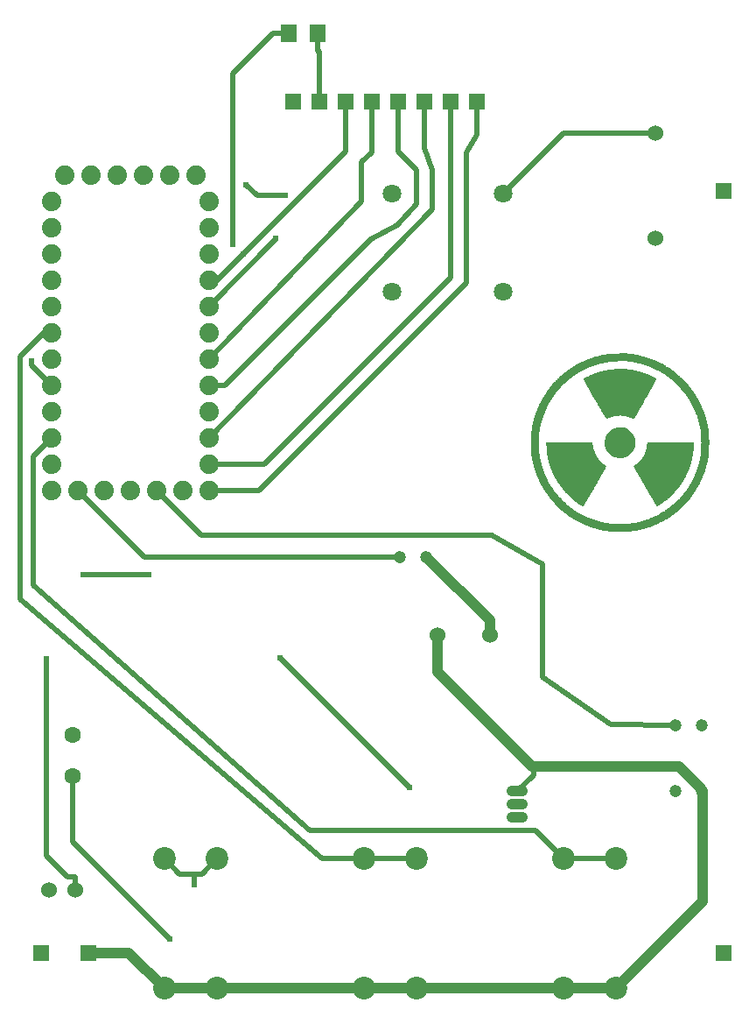
<source format=gbl>
G04 ---------------------------- Layer name :BOTTOM LAYER*
G04 EasyEDA v5.6.10, Thu, 22 Nov 2018 09:31:26 GMT*
G04 a978b3f8f09b4219873cbd73095df268*
G04 Gerber Generator version 0.2*
G04 Scale: 100 percent, Rotated: No, Reflected: No *
G04 Dimensions in inches *
G04 leading zeros omitted , absolute positions ,2 integer and 4 decimal *
%FSLAX24Y24*%
%MOIN*%
G90*
G70D02*

%ADD11C,0.020000*%
%ADD12C,0.040000*%
%ADD14C,0.024000*%
%ADD15C,0.024400*%
%ADD18R,0.063000X0.070900*%
%ADD21C,0.086614*%
%ADD22R,0.062000X0.062000*%
%ADD23C,0.062992*%
%ADD24C,0.047000*%
%ADD25C,0.070900*%
%ADD26C,0.060000*%
%ADD27C,0.074000*%
%ADD28C,0.039370*%

%LPD*%

%LPD*%
G36*
G01X23330Y18416D02*
G01X23260Y18416D01*
G01X23237Y18416D01*
G01X23214Y18416D01*
G01X23190Y18417D01*
G01X23168Y18417D01*
G01X23144Y18418D01*
G01X23098Y18420D01*
G01X23075Y18421D01*
G01X23052Y18423D01*
G01X23006Y18426D01*
G01X22984Y18428D01*
G01X22960Y18430D01*
G01X22938Y18432D01*
G01X22892Y18436D01*
G01X22869Y18439D01*
G01X22847Y18442D01*
G01X22824Y18445D01*
G01X22801Y18448D01*
G01X22778Y18451D01*
G01X22756Y18455D01*
G01X22710Y18462D01*
G01X22688Y18466D01*
G01X22665Y18469D01*
G01X22621Y18478D01*
G01X22553Y18492D01*
G01X22509Y18502D01*
G01X22465Y18512D01*
G01X22443Y18517D01*
G01X22421Y18523D01*
G01X22398Y18529D01*
G01X22355Y18541D01*
G01X22333Y18547D01*
G01X22311Y18553D01*
G01X22289Y18560D01*
G01X22267Y18567D01*
G01X22246Y18573D01*
G01X22224Y18580D01*
G01X22202Y18587D01*
G01X22181Y18594D01*
G01X22159Y18602D01*
G01X22138Y18609D01*
G01X22116Y18617D01*
G01X22095Y18625D01*
G01X22073Y18633D01*
G01X22052Y18641D01*
G01X22031Y18649D01*
G01X22010Y18657D01*
G01X21989Y18666D01*
G01X21968Y18674D01*
G01X21947Y18683D01*
G01X21926Y18692D01*
G01X21905Y18701D01*
G01X21885Y18710D01*
G01X21864Y18719D01*
G01X21843Y18729D01*
G01X21822Y18738D01*
G01X21802Y18748D01*
G01X21781Y18758D01*
G01X21761Y18768D01*
G01X21720Y18788D01*
G01X21700Y18799D01*
G01X21680Y18809D01*
G01X21660Y18820D01*
G01X21640Y18831D01*
G01X21620Y18842D01*
G01X21600Y18853D01*
G01X21580Y18864D01*
G01X21561Y18876D01*
G01X21502Y18910D01*
G01X21463Y18934D01*
G01X21444Y18946D01*
G01X21406Y18971D01*
G01X21386Y18984D01*
G01X21368Y18996D01*
G01X21349Y19009D01*
G01X21311Y19035D01*
G01X21293Y19048D01*
G01X21274Y19061D01*
G01X21256Y19075D01*
G01X21237Y19088D01*
G01X21182Y19130D01*
G01X21147Y19158D01*
G01X21129Y19172D01*
G01X21111Y19187D01*
G01X21093Y19201D01*
G01X21076Y19216D01*
G01X21058Y19231D01*
G01X21023Y19261D01*
G01X21006Y19276D01*
G01X20989Y19291D01*
G01X20972Y19307D01*
G01X20938Y19338D01*
G01X20922Y19354D01*
G01X20905Y19369D01*
G01X20888Y19386D01*
G01X20856Y19418D01*
G01X20839Y19434D01*
G01X20823Y19451D01*
G01X20807Y19467D01*
G01X20791Y19484D01*
G01X20775Y19501D01*
G01X20760Y19518D01*
G01X20728Y19553D01*
G01X20713Y19570D01*
G01X20698Y19587D01*
G01X20682Y19605D01*
G01X20667Y19623D01*
G01X20652Y19640D01*
G01X20638Y19658D01*
G01X20623Y19676D01*
G01X20593Y19713D01*
G01X20579Y19731D01*
G01X20536Y19787D01*
G01X20523Y19805D01*
G01X20509Y19825D01*
G01X20495Y19844D01*
G01X20468Y19882D01*
G01X20455Y19901D01*
G01X20441Y19921D01*
G01X20415Y19960D01*
G01X20402Y19980D01*
G01X20389Y20000D01*
G01X20377Y20020D01*
G01X20352Y20060D01*
G01X20340Y20081D01*
G01X20328Y20101D01*
G01X20316Y20122D01*
G01X20304Y20142D01*
G01X20281Y20184D01*
G01X20269Y20205D01*
G01X20257Y20226D01*
G01X20246Y20248D01*
G01X20224Y20290D01*
G01X20214Y20312D01*
G01X20202Y20334D01*
G01X20191Y20357D01*
G01X20170Y20402D01*
G01X20160Y20424D01*
G01X20150Y20446D01*
G01X20130Y20491D01*
G01X20120Y20514D01*
G01X20111Y20536D01*
G01X20102Y20559D01*
G01X20093Y20581D01*
G01X20084Y20603D01*
G01X20067Y20648D01*
G01X20050Y20693D01*
G01X20042Y20716D01*
G01X20035Y20739D01*
G01X20027Y20761D01*
G01X20019Y20784D01*
G01X20005Y20830D01*
G01X19998Y20853D01*
G01X19991Y20877D01*
G01X19985Y20900D01*
G01X19972Y20947D01*
G01X19960Y20995D01*
G01X19954Y21019D01*
G01X19948Y21043D01*
G01X19942Y21067D01*
G01X19937Y21092D01*
G01X19931Y21117D01*
G01X19926Y21142D01*
G01X19921Y21167D01*
G01X19916Y21192D01*
G01X19906Y21243D01*
G01X19902Y21269D01*
G01X19897Y21295D01*
G01X19893Y21321D01*
G01X19889Y21348D01*
G01X19887Y21363D01*
G01X19885Y21379D01*
G01X19883Y21397D01*
G01X19881Y21415D01*
G01X19879Y21434D01*
G01X19878Y21455D01*
G01X19877Y21476D01*
G01X19875Y21498D01*
G01X19874Y21521D01*
G01X19873Y21545D01*
G01X19872Y21569D01*
G01X19872Y21594D01*
G01X19871Y21620D01*
G01X19871Y21646D01*
G01X19871Y21672D01*
G01X19871Y21755D01*
G01X19871Y21783D01*
G01X19872Y21840D01*
G01X19872Y21868D01*
G01X19873Y21897D01*
G01X19875Y21955D01*
G01X19876Y21983D01*
G01X19877Y22012D01*
G01X19878Y22040D01*
G01X19879Y22069D01*
G01X19881Y22097D01*
G01X19882Y22125D01*
G01X19884Y22152D01*
G01X19886Y22179D01*
G01X19888Y22205D01*
G01X19890Y22231D01*
G01X19892Y22257D01*
G01X19894Y22282D01*
G01X19896Y22306D01*
G01X19898Y22329D01*
G01X19901Y22352D01*
G01X19903Y22374D01*
G01X19906Y22395D01*
G01X19909Y22415D01*
G01X19912Y22434D01*
G01X19914Y22453D01*
G01X19918Y22470D01*
G01X19921Y22486D01*
G01X19924Y22501D01*
G01X19929Y22525D01*
G01X19935Y22549D01*
G01X19940Y22573D01*
G01X19946Y22597D01*
G01X19952Y22621D01*
G01X19965Y22669D01*
G01X19971Y22692D01*
G01X19978Y22716D01*
G01X19985Y22740D01*
G01X19999Y22786D01*
G01X20006Y22809D01*
G01X20013Y22833D01*
G01X20021Y22856D01*
G01X20028Y22879D01*
G01X20036Y22902D01*
G01X20044Y22925D01*
G01X20052Y22948D01*
G01X20061Y22971D01*
G01X20069Y22993D01*
G01X20078Y23016D01*
G01X20095Y23061D01*
G01X20104Y23083D01*
G01X20123Y23128D01*
G01X20132Y23150D01*
G01X20142Y23172D01*
G01X20151Y23194D01*
G01X20161Y23215D01*
G01X20171Y23237D01*
G01X20181Y23259D01*
G01X20192Y23280D01*
G01X20202Y23302D01*
G01X20213Y23323D01*
G01X20223Y23344D01*
G01X20234Y23366D01*
G01X20245Y23387D01*
G01X20256Y23408D01*
G01X20267Y23429D01*
G01X20290Y23471D01*
G01X20302Y23491D01*
G01X20313Y23512D01*
G01X20325Y23532D01*
G01X20337Y23553D01*
G01X20361Y23593D01*
G01X20386Y23633D01*
G01X20399Y23653D01*
G01X20412Y23673D01*
G01X20438Y23712D01*
G01X20451Y23732D01*
G01X20464Y23751D01*
G01X20477Y23770D01*
G01X20491Y23789D01*
G01X20505Y23808D01*
G01X20532Y23846D01*
G01X20546Y23865D01*
G01X20560Y23884D01*
G01X20575Y23902D01*
G01X20589Y23921D01*
G01X20604Y23939D01*
G01X20618Y23957D01*
G01X20633Y23976D01*
G01X20648Y23994D01*
G01X20663Y24011D01*
G01X20678Y24029D01*
G01X20693Y24047D01*
G01X20724Y24082D01*
G01X20739Y24100D01*
G01X20755Y24117D01*
G01X20771Y24134D01*
G01X20803Y24168D01*
G01X20819Y24185D01*
G01X20835Y24201D01*
G01X20868Y24234D01*
G01X20885Y24251D01*
G01X20902Y24267D01*
G01X20935Y24299D01*
G01X20952Y24315D01*
G01X20969Y24331D01*
G01X20986Y24346D01*
G01X21004Y24362D01*
G01X21021Y24378D01*
G01X21039Y24393D01*
G01X21056Y24408D01*
G01X21074Y24423D01*
G01X21092Y24438D01*
G01X21110Y24453D01*
G01X21147Y24482D01*
G01X21165Y24496D01*
G01X21183Y24511D01*
G01X21202Y24525D01*
G01X21239Y24553D01*
G01X21277Y24581D01*
G01X21296Y24594D01*
G01X21315Y24608D01*
G01X21353Y24634D01*
G01X21372Y24647D01*
G01X21392Y24660D01*
G01X21411Y24673D01*
G01X21431Y24686D01*
G01X21471Y24711D01*
G01X21491Y24723D01*
G01X21511Y24735D01*
G01X21551Y24759D01*
G01X21572Y24771D01*
G01X21592Y24782D01*
G01X21633Y24805D01*
G01X21654Y24816D01*
G01X21675Y24827D01*
G01X21696Y24838D01*
G01X21716Y24849D01*
G01X21738Y24860D01*
G01X21759Y24870D01*
G01X21780Y24880D01*
G01X21801Y24891D01*
G01X21844Y24911D01*
G01X21887Y24930D01*
G01X21909Y24940D01*
G01X21931Y24949D01*
G01X21975Y24967D01*
G01X22018Y24985D01*
G01X22041Y24994D01*
G01X22063Y25002D01*
G01X22085Y25011D01*
G01X22108Y25019D01*
G01X22153Y25035D01*
G01X22176Y25043D01*
G01X22198Y25050D01*
G01X22221Y25058D01*
G01X22244Y25065D01*
G01X22267Y25072D01*
G01X22290Y25079D01*
G01X22313Y25086D01*
G01X22360Y25099D01*
G01X22383Y25106D01*
G01X22406Y25112D01*
G01X22430Y25118D01*
G01X22453Y25124D01*
G01X22477Y25130D01*
G01X22501Y25135D01*
G01X22525Y25141D01*
G01X22548Y25146D01*
G01X22572Y25151D01*
G01X22596Y25156D01*
G01X22615Y25160D01*
G01X22634Y25163D01*
G01X22655Y25167D01*
G01X22676Y25170D01*
G01X22699Y25173D01*
G01X22722Y25177D01*
G01X22746Y25180D01*
G01X22771Y25182D01*
G01X22797Y25185D01*
G01X22823Y25188D01*
G01X22850Y25190D01*
G01X22877Y25193D01*
G01X22905Y25195D01*
G01X22933Y25198D01*
G01X22962Y25200D01*
G01X22991Y25202D01*
G01X23020Y25204D01*
G01X23049Y25205D01*
G01X23109Y25209D01*
G01X23138Y25210D01*
G01X23168Y25211D01*
G01X23197Y25212D01*
G01X23227Y25213D01*
G01X23256Y25214D01*
G01X23285Y25215D01*
G01X23314Y25215D01*
G01X23342Y25215D01*
G01X23370Y25216D01*
G01X23424Y25216D01*
G01X23450Y25215D01*
G01X23476Y25215D01*
G01X23501Y25215D01*
G01X23525Y25214D01*
G01X23548Y25213D01*
G01X23571Y25212D01*
G01X23593Y25211D01*
G01X23613Y25209D01*
G01X23633Y25208D01*
G01X23651Y25206D01*
G01X23668Y25204D01*
G01X23685Y25202D01*
G01X23700Y25200D01*
G01X23727Y25195D01*
G01X23755Y25190D01*
G01X23782Y25185D01*
G01X23836Y25175D01*
G01X23863Y25170D01*
G01X23889Y25164D01*
G01X23915Y25159D01*
G01X23942Y25153D01*
G01X23967Y25148D01*
G01X23993Y25142D01*
G01X24018Y25136D01*
G01X24043Y25130D01*
G01X24068Y25124D01*
G01X24093Y25118D01*
G01X24118Y25111D01*
G01X24142Y25105D01*
G01X24167Y25099D01*
G01X24191Y25092D01*
G01X24214Y25085D01*
G01X24238Y25078D01*
G01X24262Y25071D01*
G01X24285Y25064D01*
G01X24309Y25057D01*
G01X24355Y25042D01*
G01X24377Y25034D01*
G01X24400Y25027D01*
G01X24423Y25019D01*
G01X24445Y25011D01*
G01X24468Y25003D01*
G01X24490Y24994D01*
G01X24512Y24986D01*
G01X24534Y24977D01*
G01X24577Y24959D01*
G01X24599Y24951D01*
G01X24621Y24941D01*
G01X24664Y24923D01*
G01X24685Y24913D01*
G01X24706Y24903D01*
G01X24727Y24893D01*
G01X24769Y24873D01*
G01X24790Y24862D01*
G01X24811Y24852D01*
G01X24852Y24830D01*
G01X24873Y24819D01*
G01X24935Y24785D01*
G01X24956Y24773D01*
G01X24976Y24761D01*
G01X24997Y24749D01*
G01X25017Y24737D01*
G01X25058Y24712D01*
G01X25078Y24699D01*
G01X25098Y24686D01*
G01X25139Y24659D01*
G01X25160Y24646D01*
G01X25181Y24632D01*
G01X25201Y24618D01*
G01X25242Y24589D01*
G01X25263Y24575D01*
G01X25302Y24546D01*
G01X25322Y24531D01*
G01X25362Y24501D01*
G01X25381Y24486D01*
G01X25439Y24439D01*
G01X25458Y24423D01*
G01X25477Y24408D01*
G01X25514Y24376D01*
G01X25532Y24360D01*
G01X25550Y24344D01*
G01X25586Y24311D01*
G01X25604Y24294D01*
G01X25622Y24278D01*
G01X25639Y24261D01*
G01X25674Y24227D01*
G01X25691Y24210D01*
G01X25708Y24192D01*
G01X25725Y24175D01*
G01X25742Y24158D01*
G01X25758Y24140D01*
G01X25775Y24122D01*
G01X25791Y24105D01*
G01X25807Y24086D01*
G01X25823Y24069D01*
G01X25839Y24050D01*
G01X25855Y24032D01*
G01X25871Y24014D01*
G01X25886Y23995D01*
G01X25902Y23977D01*
G01X25917Y23958D01*
G01X25932Y23939D01*
G01X25947Y23920D01*
G01X25961Y23901D01*
G01X25976Y23882D01*
G01X25990Y23863D01*
G01X26005Y23843D01*
G01X26019Y23824D01*
G01X26033Y23804D01*
G01X26047Y23784D01*
G01X26061Y23765D01*
G01X26075Y23745D01*
G01X26088Y23725D01*
G01X26115Y23684D01*
G01X26141Y23644D01*
G01X26154Y23623D01*
G01X26179Y23581D01*
G01X26191Y23560D01*
G01X26216Y23518D01*
G01X26228Y23497D01*
G01X26239Y23476D01*
G01X26251Y23454D01*
G01X26263Y23433D01*
G01X26285Y23389D01*
G01X26297Y23367D01*
G01X26307Y23345D01*
G01X26329Y23301D01*
G01X26340Y23279D01*
G01X26350Y23256D01*
G01X26371Y23211D01*
G01X26380Y23188D01*
G01X26390Y23165D01*
G01X26410Y23119D01*
G01X26419Y23096D01*
G01X26428Y23073D01*
G01X26437Y23050D01*
G01X26446Y23026D01*
G01X26455Y23003D01*
G01X26464Y22979D01*
G01X26472Y22955D01*
G01X26481Y22931D01*
G01X26497Y22883D01*
G01X26505Y22859D01*
G01X26513Y22835D01*
G01X26528Y22786D01*
G01X26535Y22761D01*
G01X26550Y22712D01*
G01X26570Y22637D01*
G01X26577Y22611D01*
G01X26583Y22586D01*
G01X26589Y22561D01*
G01X26596Y22535D01*
G01X26601Y22509D01*
G01X26607Y22484D01*
G01X26611Y22466D01*
G01X26614Y22448D01*
G01X26618Y22429D01*
G01X26621Y22409D01*
G01X26625Y22389D01*
G01X26628Y22369D01*
G01X26631Y22347D01*
G01X26633Y22326D01*
G01X26636Y22303D01*
G01X26639Y22281D01*
G01X26641Y22257D01*
G01X26643Y22234D01*
G01X26645Y22210D01*
G01X26647Y22186D01*
G01X26649Y22161D01*
G01X26651Y22136D01*
G01X26652Y22111D01*
G01X26654Y22085D01*
G01X26655Y22059D01*
G01X26656Y22033D01*
G01X26657Y22007D01*
G01X26658Y21980D01*
G01X26659Y21954D01*
G01X26660Y21927D01*
G01X26660Y21900D01*
G01X26660Y21873D01*
G01X26660Y21846D01*
G01X26660Y21819D01*
G01X26660Y21765D01*
G01X26659Y21711D01*
G01X26659Y21684D01*
G01X26658Y21658D01*
G01X26657Y21631D01*
G01X26656Y21605D01*
G01X26655Y21578D01*
G01X26653Y21552D01*
G01X26652Y21527D01*
G01X26650Y21501D01*
G01X26649Y21476D01*
G01X26647Y21451D01*
G01X26645Y21426D01*
G01X26643Y21402D01*
G01X26640Y21378D01*
G01X26638Y21355D01*
G01X26635Y21331D01*
G01X26633Y21309D01*
G01X26630Y21286D01*
G01X26627Y21265D01*
G01X26624Y21244D01*
G01X26621Y21223D01*
G01X26617Y21203D01*
G01X26614Y21184D01*
G01X26610Y21165D01*
G01X26606Y21147D01*
G01X26601Y21122D01*
G01X26595Y21098D01*
G01X26590Y21073D01*
G01X26584Y21049D01*
G01X26578Y21025D01*
G01X26572Y21001D01*
G01X26559Y20953D01*
G01X26552Y20929D01*
G01X26539Y20881D01*
G01X26531Y20857D01*
G01X26524Y20834D01*
G01X26517Y20811D01*
G01X26510Y20787D01*
G01X26502Y20764D01*
G01X26494Y20740D01*
G01X26478Y20694D01*
G01X26470Y20671D01*
G01X26461Y20648D01*
G01X26453Y20625D01*
G01X26444Y20603D01*
G01X26435Y20580D01*
G01X26426Y20557D01*
G01X26417Y20535D01*
G01X26398Y20490D01*
G01X26379Y20446D01*
G01X26369Y20424D01*
G01X26359Y20402D01*
G01X26339Y20358D01*
G01X26328Y20336D01*
G01X26318Y20315D01*
G01X26307Y20293D01*
G01X26297Y20272D01*
G01X26275Y20229D01*
G01X26263Y20208D01*
G01X26252Y20187D01*
G01X26240Y20166D01*
G01X26229Y20145D01*
G01X26217Y20125D01*
G01X26205Y20104D01*
G01X26193Y20083D01*
G01X26181Y20063D01*
G01X26156Y20022D01*
G01X26143Y20002D01*
G01X26131Y19982D01*
G01X26118Y19962D01*
G01X26092Y19922D01*
G01X26079Y19903D01*
G01X26065Y19883D01*
G01X26052Y19864D01*
G01X26039Y19844D01*
G01X26025Y19825D01*
G01X26011Y19806D01*
G01X25997Y19787D01*
G01X25954Y19730D01*
G01X25940Y19712D01*
G01X25910Y19675D01*
G01X25896Y19657D01*
G01X25881Y19639D01*
G01X25865Y19621D01*
G01X25850Y19603D01*
G01X25835Y19585D01*
G01X25819Y19567D01*
G01X25804Y19550D01*
G01X25788Y19532D01*
G01X25772Y19515D01*
G01X25757Y19497D01*
G01X25740Y19480D01*
G01X25725Y19463D01*
G01X25708Y19446D01*
G01X25692Y19429D01*
G01X25675Y19413D01*
G01X25659Y19396D01*
G01X25625Y19363D01*
G01X25608Y19347D01*
G01X25591Y19331D01*
G01X25557Y19299D01*
G01X25539Y19284D01*
G01X25504Y19252D01*
G01X25486Y19237D01*
G01X25468Y19222D01*
G01X25451Y19207D01*
G01X25432Y19192D01*
G01X25396Y19162D01*
G01X25378Y19147D01*
G01X25359Y19133D01*
G01X25341Y19119D01*
G01X25303Y19090D01*
G01X25284Y19076D01*
G01X25246Y19048D01*
G01X25227Y19035D01*
G01X25188Y19008D01*
G01X25168Y18995D01*
G01X25129Y18969D01*
G01X25110Y18956D01*
G01X25069Y18931D01*
G01X25029Y18906D01*
G01X25009Y18894D01*
G01X24989Y18882D01*
G01X24968Y18870D01*
G01X24927Y18847D01*
G01X24906Y18836D01*
G01X24885Y18824D01*
G01X24864Y18813D01*
G01X24843Y18802D01*
G01X24822Y18791D01*
G01X24801Y18780D01*
G01X24758Y18759D01*
G01X24714Y18739D01*
G01X24693Y18729D01*
G01X24671Y18719D01*
G01X24649Y18709D01*
G01X24627Y18699D01*
G01X24605Y18690D01*
G01X24583Y18680D01*
G01X24561Y18671D01*
G01X24538Y18662D01*
G01X24493Y18645D01*
G01X24471Y18636D01*
G01X24448Y18628D01*
G01X24403Y18611D01*
G01X24380Y18603D01*
G01X24357Y18596D01*
G01X24334Y18588D01*
G01X24310Y18580D01*
G01X24287Y18573D01*
G01X24240Y18559D01*
G01X24217Y18552D01*
G01X24193Y18545D01*
G01X24170Y18538D01*
G01X24122Y18526D01*
G01X24098Y18520D01*
G01X24075Y18514D01*
G01X24029Y18503D01*
G01X23982Y18492D01*
G01X23959Y18488D01*
G01X23935Y18483D01*
G01X23912Y18478D01*
G01X23889Y18473D01*
G01X23865Y18469D01*
G01X23842Y18465D01*
G01X23795Y18457D01*
G01X23772Y18454D01*
G01X23749Y18450D01*
G01X23725Y18447D01*
G01X23702Y18444D01*
G01X23655Y18438D01*
G01X23632Y18436D01*
G01X23609Y18433D01*
G01X23585Y18431D01*
G01X23562Y18429D01*
G01X23539Y18427D01*
G01X23515Y18425D01*
G01X23492Y18423D01*
G01X23446Y18421D01*
G01X23422Y18419D01*
G01X23399Y18419D01*
G01X23376Y18417D01*
G01X23330Y18416D01*
G37*

%LPC*%
G36*
G01X23206Y18725D02*
G01X23232Y18725D01*
G01X23258Y18725D01*
G01X23311Y18725D01*
G01X23337Y18726D01*
G01X23363Y18726D01*
G01X23389Y18727D01*
G01X23415Y18728D01*
G01X23441Y18729D01*
G01X23467Y18730D01*
G01X23493Y18732D01*
G01X23518Y18734D01*
G01X23569Y18737D01*
G01X23593Y18739D01*
G01X23618Y18742D01*
G01X23642Y18744D01*
G01X23666Y18746D01*
G01X23690Y18749D01*
G01X23713Y18752D01*
G01X23736Y18755D01*
G01X23759Y18758D01*
G01X23781Y18762D01*
G01X23802Y18765D01*
G01X23823Y18769D01*
G01X23844Y18773D01*
G01X23864Y18777D01*
G01X23912Y18787D01*
G01X23936Y18792D01*
G01X23960Y18798D01*
G01X23984Y18804D01*
G01X24008Y18810D01*
G01X24032Y18816D01*
G01X24079Y18829D01*
G01X24103Y18836D01*
G01X24126Y18842D01*
G01X24150Y18850D01*
G01X24173Y18857D01*
G01X24196Y18864D01*
G01X24219Y18871D01*
G01X24242Y18879D01*
G01X24265Y18887D01*
G01X24288Y18895D01*
G01X24311Y18903D01*
G01X24334Y18911D01*
G01X24379Y18929D01*
G01X24401Y18938D01*
G01X24424Y18946D01*
G01X24468Y18965D01*
G01X24512Y18984D01*
G01X24534Y18994D01*
G01X24578Y19014D01*
G01X24599Y19024D01*
G01X24621Y19035D01*
G01X24642Y19045D01*
G01X24685Y19067D01*
G01X24706Y19078D01*
G01X24748Y19100D01*
G01X24789Y19123D01*
G01X24831Y19147D01*
G01X24872Y19171D01*
G01X24892Y19184D01*
G01X24912Y19196D01*
G01X24932Y19209D01*
G01X24972Y19235D01*
G01X24991Y19248D01*
G01X25011Y19261D01*
G01X25030Y19275D01*
G01X25050Y19288D01*
G01X25069Y19302D01*
G01X25088Y19315D01*
G01X25107Y19329D01*
G01X25126Y19344D01*
G01X25145Y19358D01*
G01X25182Y19386D01*
G01X25201Y19401D01*
G01X25219Y19416D01*
G01X25237Y19431D01*
G01X25255Y19446D01*
G01X25273Y19461D01*
G01X25291Y19476D01*
G01X25309Y19492D01*
G01X25327Y19507D01*
G01X25344Y19523D01*
G01X25361Y19539D01*
G01X25379Y19555D01*
G01X25396Y19571D01*
G01X25413Y19587D01*
G01X25447Y19619D01*
G01X25480Y19653D01*
G01X25496Y19669D01*
G01X25528Y19703D01*
G01X25544Y19721D01*
G01X25560Y19738D01*
G01X25576Y19755D01*
G01X25607Y19790D01*
G01X25638Y19826D01*
G01X25653Y19844D01*
G01X25668Y19862D01*
G01X25683Y19880D01*
G01X25697Y19899D01*
G01X25712Y19917D01*
G01X25726Y19936D01*
G01X25755Y19973D01*
G01X25769Y19992D01*
G01X25782Y20011D01*
G01X25796Y20030D01*
G01X25810Y20050D01*
G01X25823Y20069D01*
G01X25836Y20088D01*
G01X25863Y20127D01*
G01X25888Y20167D01*
G01X25901Y20187D01*
G01X25913Y20207D01*
G01X25925Y20227D01*
G01X25937Y20247D01*
G01X25949Y20268D01*
G01X25961Y20288D01*
G01X25984Y20329D01*
G01X25996Y20350D01*
G01X26007Y20371D01*
G01X26018Y20392D01*
G01X26029Y20413D01*
G01X26039Y20434D01*
G01X26050Y20455D01*
G01X26060Y20477D01*
G01X26071Y20498D01*
G01X26081Y20519D01*
G01X26101Y20563D01*
G01X26120Y20606D01*
G01X26138Y20650D01*
G01X26147Y20673D01*
G01X26156Y20695D01*
G01X26164Y20717D01*
G01X26173Y20739D01*
G01X26181Y20762D01*
G01X26189Y20784D01*
G01X26197Y20807D01*
G01X26205Y20830D01*
G01X26221Y20875D01*
G01X26235Y20921D01*
G01X26242Y20944D01*
G01X26249Y20968D01*
G01X26255Y20991D01*
G01X26262Y21014D01*
G01X26274Y21061D01*
G01X26280Y21085D01*
G01X26286Y21108D01*
G01X26291Y21132D01*
G01X26297Y21156D01*
G01X26307Y21203D01*
G01X26312Y21228D01*
G01X26317Y21252D01*
G01X26321Y21276D01*
G01X26325Y21295D01*
G01X26328Y21315D01*
G01X26331Y21336D01*
G01X26334Y21357D01*
G01X26336Y21380D01*
G01X26339Y21402D01*
G01X26342Y21425D01*
G01X26344Y21449D01*
G01X26346Y21473D01*
G01X26348Y21498D01*
G01X26350Y21523D01*
G01X26352Y21548D01*
G01X26354Y21599D01*
G01X26356Y21626D01*
G01X26356Y21652D01*
G01X26357Y21679D01*
G01X26358Y21705D01*
G01X26359Y21732D01*
G01X26359Y21760D01*
G01X26360Y21814D01*
G01X26359Y21841D01*
G01X26359Y21896D01*
G01X26358Y21923D01*
G01X26357Y21976D01*
G01X26356Y22003D01*
G01X26355Y22029D01*
G01X26353Y22055D01*
G01X26352Y22081D01*
G01X26350Y22106D01*
G01X26348Y22131D01*
G01X26346Y22156D01*
G01X26344Y22180D01*
G01X26342Y22203D01*
G01X26339Y22227D01*
G01X26337Y22250D01*
G01X26334Y22272D01*
G01X26331Y22293D01*
G01X26328Y22314D01*
G01X26325Y22334D01*
G01X26322Y22354D01*
G01X26318Y22377D01*
G01X26313Y22399D01*
G01X26309Y22422D01*
G01X26303Y22445D01*
G01X26298Y22468D01*
G01X26293Y22491D01*
G01X26287Y22515D01*
G01X26281Y22538D01*
G01X26275Y22561D01*
G01X26269Y22585D01*
G01X26262Y22609D01*
G01X26256Y22633D01*
G01X26248Y22657D01*
G01X26241Y22680D01*
G01X26234Y22705D01*
G01X26218Y22753D01*
G01X26210Y22777D01*
G01X26202Y22801D01*
G01X26194Y22825D01*
G01X26167Y22896D01*
G01X26158Y22921D01*
G01X26139Y22968D01*
G01X26130Y22992D01*
G01X26120Y23015D01*
G01X26110Y23039D01*
G01X26100Y23063D01*
G01X26089Y23086D01*
G01X26079Y23109D01*
G01X26068Y23132D01*
G01X26058Y23155D01*
G01X26047Y23178D01*
G01X26036Y23200D01*
G01X26025Y23223D01*
G01X26014Y23245D01*
G01X25991Y23289D01*
G01X25980Y23311D01*
G01X25968Y23332D01*
G01X25956Y23353D01*
G01X25944Y23374D01*
G01X25932Y23395D01*
G01X25921Y23416D01*
G01X25909Y23436D01*
G01X25896Y23456D01*
G01X25884Y23476D01*
G01X25872Y23495D01*
G01X25859Y23514D01*
G01X25847Y23533D01*
G01X25834Y23552D01*
G01X25820Y23572D01*
G01X25806Y23592D01*
G01X25778Y23631D01*
G01X25763Y23650D01*
G01X25748Y23670D01*
G01X25734Y23689D01*
G01X25718Y23709D01*
G01X25703Y23728D01*
G01X25687Y23748D01*
G01X25672Y23767D01*
G01X25656Y23786D01*
G01X25639Y23805D01*
G01X25623Y23825D01*
G01X25606Y23844D01*
G01X25589Y23863D01*
G01X25573Y23882D01*
G01X25556Y23901D01*
G01X25539Y23919D01*
G01X25504Y23956D01*
G01X25486Y23975D01*
G01X25468Y23993D01*
G01X25451Y24011D01*
G01X25432Y24029D01*
G01X25414Y24046D01*
G01X25396Y24064D01*
G01X25378Y24082D01*
G01X25360Y24099D01*
G01X25341Y24116D01*
G01X25323Y24133D01*
G01X25304Y24150D01*
G01X25285Y24167D01*
G01X25267Y24183D01*
G01X25248Y24199D01*
G01X25229Y24215D01*
G01X25210Y24231D01*
G01X25192Y24246D01*
G01X25173Y24262D01*
G01X25154Y24277D01*
G01X25135Y24292D01*
G01X25116Y24306D01*
G01X25097Y24321D01*
G01X25078Y24335D01*
G01X25059Y24348D01*
G01X25022Y24375D01*
G01X25003Y24388D01*
G01X24984Y24401D01*
G01X24965Y24413D01*
G01X24947Y24426D01*
G01X24926Y24439D01*
G01X24905Y24452D01*
G01X24883Y24465D01*
G01X24862Y24478D01*
G01X24840Y24490D01*
G01X24818Y24503D01*
G01X24795Y24515D01*
G01X24773Y24528D01*
G01X24750Y24540D01*
G01X24727Y24552D01*
G01X24703Y24564D01*
G01X24680Y24576D01*
G01X24656Y24588D01*
G01X24633Y24599D01*
G01X24609Y24611D01*
G01X24585Y24622D01*
G01X24560Y24633D01*
G01X24536Y24644D01*
G01X24512Y24654D01*
G01X24487Y24665D01*
G01X24463Y24675D01*
G01X24438Y24685D01*
G01X24413Y24695D01*
G01X24364Y24715D01*
G01X24339Y24724D01*
G01X24314Y24733D01*
G01X24264Y24751D01*
G01X24239Y24759D01*
G01X24189Y24776D01*
G01X24164Y24784D01*
G01X24139Y24791D01*
G01X24114Y24798D01*
G01X24089Y24805D01*
G01X24065Y24813D01*
G01X24040Y24819D01*
G01X24016Y24826D01*
G01X23992Y24832D01*
G01X23967Y24837D01*
G01X23943Y24843D01*
G01X23919Y24848D01*
G01X23895Y24853D01*
G01X23872Y24858D01*
G01X23848Y24863D01*
G01X23825Y24867D01*
G01X23802Y24871D01*
G01X23746Y24880D01*
G01X23718Y24884D01*
G01X23691Y24889D01*
G01X23665Y24893D01*
G01X23641Y24897D01*
G01X23618Y24901D01*
G01X23597Y24905D01*
G01X23579Y24907D01*
G01X23563Y24910D01*
G01X23550Y24913D01*
G01X23530Y24916D01*
G01X23517Y24917D01*
G01X23501Y24918D01*
G01X23484Y24919D01*
G01X23464Y24920D01*
G01X23443Y24920D01*
G01X23420Y24920D01*
G01X23395Y24920D01*
G01X23369Y24919D01*
G01X23342Y24919D01*
G01X23314Y24918D01*
G01X23284Y24917D01*
G01X23254Y24916D01*
G01X23223Y24915D01*
G01X23192Y24913D01*
G01X23160Y24912D01*
G01X23128Y24910D01*
G01X23097Y24908D01*
G01X23064Y24906D01*
G01X23033Y24903D01*
G01X23001Y24901D01*
G01X22970Y24899D01*
G01X22939Y24896D01*
G01X22910Y24893D01*
G01X22881Y24890D01*
G01X22853Y24888D01*
G01X22827Y24885D01*
G01X22801Y24882D01*
G01X22777Y24878D01*
G01X22755Y24875D01*
G01X22735Y24872D01*
G01X22716Y24869D01*
G01X22692Y24865D01*
G01X22644Y24855D01*
G01X22597Y24844D01*
G01X22573Y24839D01*
G01X22549Y24834D01*
G01X22526Y24828D01*
G01X22502Y24822D01*
G01X22478Y24815D01*
G01X22455Y24809D01*
G01X22409Y24796D01*
G01X22385Y24789D01*
G01X22363Y24782D01*
G01X22339Y24775D01*
G01X22317Y24768D01*
G01X22271Y24753D01*
G01X22248Y24745D01*
G01X22226Y24737D01*
G01X22203Y24728D01*
G01X22181Y24720D01*
G01X22158Y24711D01*
G01X22136Y24703D01*
G01X22092Y24685D01*
G01X22047Y24667D01*
G01X22004Y24647D01*
G01X21982Y24637D01*
G01X21960Y24628D01*
G01X21939Y24617D01*
G01X21896Y24596D01*
G01X21875Y24586D01*
G01X21854Y24575D01*
G01X21812Y24553D01*
G01X21770Y24530D01*
G01X21750Y24519D01*
G01X21729Y24507D01*
G01X21709Y24495D01*
G01X21688Y24483D01*
G01X21668Y24471D01*
G01X21627Y24446D01*
G01X21607Y24434D01*
G01X21588Y24421D01*
G01X21568Y24408D01*
G01X21548Y24395D01*
G01X21529Y24382D01*
G01X21509Y24368D01*
G01X21490Y24355D01*
G01X21471Y24341D01*
G01X21452Y24328D01*
G01X21432Y24313D01*
G01X21414Y24300D01*
G01X21395Y24285D01*
G01X21376Y24271D01*
G01X21357Y24256D01*
G01X21339Y24242D01*
G01X21321Y24227D01*
G01X21302Y24212D01*
G01X21284Y24197D01*
G01X21266Y24182D01*
G01X21248Y24167D01*
G01X21230Y24151D01*
G01X21213Y24136D01*
G01X21195Y24120D01*
G01X21178Y24104D01*
G01X21160Y24088D01*
G01X21143Y24072D01*
G01X21126Y24055D01*
G01X21109Y24039D01*
G01X21092Y24023D01*
G01X21076Y24006D01*
G01X21059Y23989D01*
G01X21043Y23972D01*
G01X21026Y23955D01*
G01X21010Y23938D01*
G01X20994Y23921D01*
G01X20978Y23903D01*
G01X20962Y23886D01*
G01X20946Y23868D01*
G01X20931Y23851D01*
G01X20915Y23832D01*
G01X20900Y23815D01*
G01X20885Y23796D01*
G01X20870Y23778D01*
G01X20855Y23760D01*
G01X20840Y23741D01*
G01X20826Y23723D01*
G01X20811Y23704D01*
G01X20797Y23685D01*
G01X20768Y23647D01*
G01X20754Y23628D01*
G01X20740Y23608D01*
G01X20727Y23589D01*
G01X20713Y23569D01*
G01X20700Y23550D01*
G01X20687Y23530D01*
G01X20661Y23490D01*
G01X20648Y23470D01*
G01X20623Y23429D01*
G01X20610Y23409D01*
G01X20598Y23388D01*
G01X20586Y23367D01*
G01X20574Y23347D01*
G01X20539Y23284D01*
G01X20517Y23242D01*
G01X20506Y23220D01*
G01X20484Y23177D01*
G01X20474Y23155D01*
G01X20464Y23134D01*
G01X20443Y23090D01*
G01X20433Y23067D01*
G01X20423Y23045D01*
G01X20414Y23023D01*
G01X20405Y23001D01*
G01X20395Y22978D01*
G01X20377Y22933D01*
G01X20368Y22910D01*
G01X20360Y22887D01*
G01X20352Y22864D01*
G01X20335Y22818D01*
G01X20327Y22795D01*
G01X20319Y22772D01*
G01X20312Y22748D01*
G01X20304Y22724D01*
G01X20297Y22701D01*
G01X20283Y22653D01*
G01X20277Y22629D01*
G01X20270Y22605D01*
G01X20264Y22581D01*
G01X20252Y22533D01*
G01X20246Y22509D01*
G01X20241Y22485D01*
G01X20235Y22461D01*
G01X20230Y22437D01*
G01X20225Y22413D01*
G01X20221Y22389D01*
G01X20216Y22365D01*
G01X20212Y22340D01*
G01X20204Y22292D01*
G01X20200Y22268D01*
G01X20197Y22244D01*
G01X20193Y22219D01*
G01X20190Y22195D01*
G01X20187Y22171D01*
G01X20184Y22146D01*
G01X20182Y22122D01*
G01X20177Y22073D01*
G01X20175Y22049D01*
G01X20173Y22025D01*
G01X20172Y22000D01*
G01X20171Y21976D01*
G01X20169Y21952D01*
G01X20168Y21927D01*
G01X20168Y21903D01*
G01X20167Y21878D01*
G01X20167Y21854D01*
G01X20166Y21830D01*
G01X20166Y21781D01*
G01X20167Y21757D01*
G01X20167Y21732D01*
G01X20168Y21708D01*
G01X20169Y21684D01*
G01X20170Y21659D01*
G01X20171Y21635D01*
G01X20173Y21611D01*
G01X20175Y21586D01*
G01X20176Y21562D01*
G01X20181Y21514D01*
G01X20183Y21490D01*
G01X20189Y21441D01*
G01X20192Y21417D01*
G01X20195Y21393D01*
G01X20198Y21369D01*
G01X20202Y21345D01*
G01X20210Y21297D01*
G01X20214Y21273D01*
G01X20218Y21249D01*
G01X20223Y21225D01*
G01X20227Y21201D01*
G01X20237Y21153D01*
G01X20248Y21106D01*
G01X20254Y21082D01*
G01X20260Y21058D01*
G01X20272Y21011D01*
G01X20278Y20988D01*
G01X20285Y20964D01*
G01X20298Y20917D01*
G01X20306Y20894D01*
G01X20313Y20871D01*
G01X20321Y20847D01*
G01X20328Y20824D01*
G01X20344Y20778D01*
G01X20352Y20755D01*
G01X20361Y20732D01*
G01X20370Y20709D01*
G01X20378Y20686D01*
G01X20388Y20663D01*
G01X20397Y20640D01*
G01X20406Y20617D01*
G01X20415Y20595D01*
G01X20425Y20572D01*
G01X20435Y20550D01*
G01X20445Y20527D01*
G01X20456Y20505D01*
G01X20466Y20483D01*
G01X20477Y20461D01*
G01X20499Y20416D01*
G01X20510Y20394D01*
G01X20521Y20372D01*
G01X20544Y20328D01*
G01X20556Y20307D01*
G01X20581Y20263D01*
G01X20593Y20242D01*
G01X20606Y20221D01*
G01X20619Y20199D01*
G01X20632Y20178D01*
G01X20645Y20157D01*
G01X20659Y20136D01*
G01X20672Y20115D01*
G01X20700Y20073D01*
G01X20714Y20052D01*
G01X20724Y20038D01*
G01X20735Y20023D01*
G01X20746Y20008D01*
G01X20758Y19992D01*
G01X20771Y19976D01*
G01X20784Y19959D01*
G01X20797Y19942D01*
G01X20812Y19925D01*
G01X20827Y19907D01*
G01X20842Y19889D01*
G01X20857Y19871D01*
G01X20873Y19852D01*
G01X20890Y19834D01*
G01X20907Y19815D01*
G01X20924Y19796D01*
G01X20941Y19777D01*
G01X20977Y19738D01*
G01X20995Y19719D01*
G01X21014Y19700D01*
G01X21032Y19681D01*
G01X21051Y19661D01*
G01X21069Y19642D01*
G01X21107Y19605D01*
G01X21146Y19567D01*
G01X21164Y19549D01*
G01X21183Y19531D01*
G01X21202Y19513D01*
G01X21221Y19496D01*
G01X21239Y19478D01*
G01X21258Y19461D01*
G01X21276Y19445D01*
G01X21294Y19429D01*
G01X21312Y19413D01*
G01X21330Y19398D01*
G01X21347Y19383D01*
G01X21364Y19369D01*
G01X21381Y19355D01*
G01X21397Y19342D01*
G01X21413Y19330D01*
G01X21428Y19318D01*
G01X21443Y19307D01*
G01X21461Y19294D01*
G01X21480Y19280D01*
G01X21499Y19267D01*
G01X21518Y19254D01*
G01X21537Y19242D01*
G01X21556Y19229D01*
G01X21576Y19216D01*
G01X21596Y19203D01*
G01X21616Y19191D01*
G01X21636Y19178D01*
G01X21657Y19166D01*
G01X21677Y19154D01*
G01X21719Y19130D01*
G01X21762Y19107D01*
G01X21784Y19096D01*
G01X21806Y19084D01*
G01X21827Y19073D01*
G01X21872Y19051D01*
G01X21894Y19040D01*
G01X21917Y19029D01*
G01X21939Y19019D01*
G01X21962Y19008D01*
G01X22008Y18988D01*
G01X22031Y18978D01*
G01X22055Y18968D01*
G01X22078Y18959D01*
G01X22102Y18949D01*
G01X22126Y18940D01*
G01X22150Y18930D01*
G01X22173Y18921D01*
G01X22197Y18913D01*
G01X22221Y18904D01*
G01X22246Y18895D01*
G01X22270Y18887D01*
G01X22294Y18879D01*
G01X22318Y18871D01*
G01X22343Y18863D01*
G01X22367Y18855D01*
G01X22392Y18848D01*
G01X22441Y18833D01*
G01X22465Y18826D01*
G01X22490Y18820D01*
G01X22515Y18813D01*
G01X22540Y18807D01*
G01X22564Y18801D01*
G01X22589Y18794D01*
G01X22614Y18789D01*
G01X22639Y18783D01*
G01X22664Y18778D01*
G01X22688Y18773D01*
G01X22713Y18767D01*
G01X22732Y18764D01*
G01X22752Y18760D01*
G01X22773Y18757D01*
G01X22794Y18754D01*
G01X22815Y18751D01*
G01X22838Y18748D01*
G01X22860Y18745D01*
G01X22883Y18743D01*
G01X22906Y18740D01*
G01X22930Y18738D01*
G01X22953Y18736D01*
G01X22977Y18734D01*
G01X23002Y18733D01*
G01X23027Y18731D01*
G01X23052Y18730D01*
G01X23077Y18729D01*
G01X23103Y18728D01*
G01X23128Y18727D01*
G01X23180Y18726D01*
G01X23206Y18725D01*
G37*

%LPD*%
G36*
G01X24687Y19394D02*
G01X24682Y19393D01*
G01X24679Y19395D01*
G01X24673Y19401D01*
G01X24665Y19410D01*
G01X24656Y19422D01*
G01X24645Y19437D01*
G01X24633Y19455D01*
G01X24619Y19475D01*
G01X24605Y19497D01*
G01X24590Y19521D01*
G01X24574Y19547D01*
G01X24557Y19575D01*
G01X24540Y19603D01*
G01X24529Y19622D01*
G01X24518Y19642D01*
G01X24506Y19662D01*
G01X24494Y19683D01*
G01X24481Y19704D01*
G01X24469Y19725D01*
G01X24456Y19747D01*
G01X24444Y19769D01*
G01X24431Y19791D01*
G01X24418Y19814D01*
G01X24404Y19836D01*
G01X24391Y19859D01*
G01X24364Y19905D01*
G01X24351Y19928D01*
G01X24337Y19952D01*
G01X24324Y19975D01*
G01X24310Y19998D01*
G01X24297Y20022D01*
G01X24283Y20045D01*
G01X24256Y20091D01*
G01X24230Y20137D01*
G01X24217Y20159D01*
G01X24204Y20182D01*
G01X24191Y20204D01*
G01X24178Y20226D01*
G01X24166Y20248D01*
G01X24153Y20269D01*
G01X24142Y20290D01*
G01X24130Y20310D01*
G01X24118Y20330D01*
G01X24107Y20350D01*
G01X24096Y20369D01*
G01X24085Y20388D01*
G01X24074Y20406D01*
G01X24064Y20423D01*
G01X24054Y20440D01*
G01X24045Y20457D01*
G01X24036Y20473D01*
G01X24027Y20488D01*
G01X24019Y20502D01*
G01X24011Y20516D01*
G01X23998Y20538D01*
G01X23985Y20562D01*
G01X23971Y20586D01*
G01X23956Y20611D01*
G01X23942Y20636D01*
G01X23928Y20660D01*
G01X23914Y20684D01*
G01X23900Y20707D01*
G01X23888Y20729D01*
G01X23876Y20749D01*
G01X23865Y20768D01*
G01X23855Y20784D01*
G01X23830Y20828D01*
G01X23809Y20866D01*
G01X23795Y20895D01*
G01X23790Y20911D01*
G01X23793Y20916D01*
G01X23799Y20925D01*
G01X23809Y20936D01*
G01X23823Y20949D01*
G01X23839Y20964D01*
G01X23858Y20981D01*
G01X23879Y20999D01*
G01X23901Y21017D01*
G01X23920Y21032D01*
G01X23938Y21048D01*
G01X23956Y21065D01*
G01X23974Y21081D01*
G01X23991Y21098D01*
G01X24008Y21115D01*
G01X24024Y21133D01*
G01X24040Y21151D01*
G01X24056Y21169D01*
G01X24071Y21188D01*
G01X24085Y21207D01*
G01X24099Y21226D01*
G01X24113Y21246D01*
G01X24126Y21266D01*
G01X24139Y21286D01*
G01X24151Y21307D01*
G01X24163Y21328D01*
G01X24174Y21349D01*
G01X24185Y21371D01*
G01X24196Y21393D01*
G01X24206Y21416D01*
G01X24215Y21439D01*
G01X24225Y21462D01*
G01X24234Y21486D01*
G01X24242Y21510D01*
G01X24250Y21534D01*
G01X24258Y21559D01*
G01X24265Y21585D01*
G01X24272Y21610D01*
G01X24278Y21636D01*
G01X24284Y21663D01*
G01X24289Y21690D01*
G01X24315Y21820D01*
G01X26081Y21820D01*
G01X26081Y21720D01*
G01X26080Y21705D01*
G01X26080Y21688D01*
G01X26078Y21669D01*
G01X26077Y21649D01*
G01X26075Y21628D01*
G01X26072Y21605D01*
G01X26070Y21582D01*
G01X26067Y21558D01*
G01X26063Y21532D01*
G01X26059Y21506D01*
G01X26055Y21479D01*
G01X26051Y21452D01*
G01X26046Y21424D01*
G01X26041Y21396D01*
G01X26036Y21367D01*
G01X26031Y21338D01*
G01X26026Y21309D01*
G01X26020Y21280D01*
G01X26014Y21251D01*
G01X26008Y21222D01*
G01X26002Y21194D01*
G01X25996Y21165D01*
G01X25989Y21138D01*
G01X25983Y21111D01*
G01X25976Y21084D01*
G01X25970Y21058D01*
G01X25964Y21033D01*
G01X25957Y21009D01*
G01X25951Y20986D01*
G01X25944Y20964D01*
G01X25938Y20944D01*
G01X25931Y20924D01*
G01X25924Y20902D01*
G01X25916Y20879D01*
G01X25907Y20856D01*
G01X25899Y20834D01*
G01X25890Y20811D01*
G01X25882Y20789D01*
G01X25873Y20766D01*
G01X25864Y20744D01*
G01X25854Y20722D01*
G01X25844Y20700D01*
G01X25835Y20678D01*
G01X25825Y20656D01*
G01X25814Y20634D01*
G01X25804Y20612D01*
G01X25793Y20590D01*
G01X25783Y20569D01*
G01X25772Y20547D01*
G01X25760Y20526D01*
G01X25749Y20504D01*
G01X25738Y20483D01*
G01X25726Y20461D01*
G01X25714Y20440D01*
G01X25702Y20419D01*
G01X25689Y20398D01*
G01X25664Y20357D01*
G01X25638Y20315D01*
G01X25611Y20275D01*
G01X25597Y20255D01*
G01X25584Y20234D01*
G01X25570Y20214D01*
G01X25556Y20194D01*
G01X25541Y20175D01*
G01X25527Y20155D01*
G01X25512Y20135D01*
G01X25497Y20116D01*
G01X25482Y20096D01*
G01X25467Y20077D01*
G01X25452Y20058D01*
G01X25436Y20039D01*
G01X25420Y20020D01*
G01X25404Y20002D01*
G01X25388Y19983D01*
G01X25372Y19965D01*
G01X25356Y19946D01*
G01X25339Y19928D01*
G01X25306Y19892D01*
G01X25289Y19874D01*
G01X25272Y19857D01*
G01X25254Y19839D01*
G01X25237Y19821D01*
G01X25219Y19804D01*
G01X25202Y19787D01*
G01X25184Y19770D01*
G01X25165Y19753D01*
G01X25147Y19737D01*
G01X25129Y19720D01*
G01X25110Y19704D01*
G01X25092Y19688D01*
G01X25073Y19672D01*
G01X25035Y19640D01*
G01X25016Y19625D01*
G01X24977Y19594D01*
G01X24957Y19579D01*
G01X24938Y19564D01*
G01X24918Y19549D01*
G01X24898Y19535D01*
G01X24871Y19515D01*
G01X24845Y19497D01*
G01X24820Y19480D01*
G01X24796Y19463D01*
G01X24774Y19448D01*
G01X24753Y19435D01*
G01X24735Y19423D01*
G01X24719Y19413D01*
G01X24705Y19404D01*
G01X24694Y19398D01*
G01X24687Y19394D01*
G37*

%LPC*%

%LPD*%
G36*
G01X21860Y19396D02*
G01X21855Y19393D01*
G01X21847Y19394D01*
G01X21838Y19397D01*
G01X21827Y19401D01*
G01X21815Y19407D01*
G01X21801Y19415D01*
G01X21786Y19424D01*
G01X21769Y19434D01*
G01X21751Y19446D01*
G01X21732Y19459D01*
G01X21711Y19473D01*
G01X21690Y19488D01*
G01X21668Y19504D01*
G01X21646Y19521D01*
G01X21622Y19539D01*
G01X21598Y19558D01*
G01X21574Y19577D01*
G01X21549Y19597D01*
G01X21524Y19618D01*
G01X21499Y19639D01*
G01X21474Y19660D01*
G01X21449Y19682D01*
G01X21424Y19704D01*
G01X21399Y19726D01*
G01X21375Y19748D01*
G01X21351Y19770D01*
G01X21328Y19792D01*
G01X21306Y19813D01*
G01X21284Y19835D01*
G01X21265Y19853D01*
G01X21229Y19891D01*
G01X21211Y19910D01*
G01X21193Y19929D01*
G01X21176Y19948D01*
G01X21159Y19967D01*
G01X21142Y19986D01*
G01X21125Y20006D01*
G01X21108Y20026D01*
G01X21092Y20045D01*
G01X21076Y20065D01*
G01X21060Y20085D01*
G01X21044Y20105D01*
G01X21028Y20125D01*
G01X21013Y20145D01*
G01X20997Y20165D01*
G01X20982Y20186D01*
G01X20968Y20206D01*
G01X20938Y20247D01*
G01X20924Y20268D01*
G01X20910Y20289D01*
G01X20896Y20310D01*
G01X20883Y20331D01*
G01X20869Y20352D01*
G01X20856Y20373D01*
G01X20843Y20394D01*
G01X20830Y20415D01*
G01X20818Y20437D01*
G01X20805Y20459D01*
G01X20793Y20480D01*
G01X20781Y20502D01*
G01X20769Y20524D01*
G01X20758Y20546D01*
G01X20747Y20567D01*
G01X20735Y20590D01*
G01X20725Y20612D01*
G01X20703Y20656D01*
G01X20693Y20678D01*
G01X20673Y20723D01*
G01X20664Y20746D01*
G01X20654Y20769D01*
G01X20645Y20791D01*
G01X20636Y20814D01*
G01X20627Y20837D01*
G01X20619Y20860D01*
G01X20610Y20883D01*
G01X20602Y20906D01*
G01X20594Y20929D01*
G01X20587Y20952D01*
G01X20580Y20975D01*
G01X20572Y20999D01*
G01X20565Y21022D01*
G01X20558Y21046D01*
G01X20552Y21069D01*
G01X20546Y21092D01*
G01X20539Y21116D01*
G01X20534Y21140D01*
G01X20528Y21163D01*
G01X20517Y21211D01*
G01X20512Y21235D01*
G01X20507Y21259D01*
G01X20502Y21283D01*
G01X20494Y21331D01*
G01X20490Y21355D01*
G01X20486Y21379D01*
G01X20483Y21403D01*
G01X20480Y21428D01*
G01X20477Y21452D01*
G01X20474Y21477D01*
G01X20472Y21501D01*
G01X20469Y21525D01*
G01X20467Y21550D01*
G01X20465Y21575D01*
G01X20464Y21599D01*
G01X20450Y21820D01*
G01X22215Y21820D01*
G01X22243Y21667D01*
G01X22248Y21645D01*
G01X22253Y21622D01*
G01X22259Y21600D01*
G01X22265Y21577D01*
G01X22271Y21555D01*
G01X22278Y21532D01*
G01X22286Y21510D01*
G01X22294Y21488D01*
G01X22303Y21465D01*
G01X22313Y21443D01*
G01X22322Y21421D01*
G01X22332Y21400D01*
G01X22343Y21378D01*
G01X22354Y21357D01*
G01X22366Y21335D01*
G01X22378Y21314D01*
G01X22390Y21293D01*
G01X22403Y21273D01*
G01X22416Y21252D01*
G01X22429Y21232D01*
G01X22443Y21213D01*
G01X22457Y21193D01*
G01X22472Y21174D01*
G01X22487Y21155D01*
G01X22502Y21137D01*
G01X22518Y21119D01*
G01X22533Y21102D01*
G01X22549Y21085D01*
G01X22565Y21069D01*
G01X22582Y21053D01*
G01X22599Y21037D01*
G01X22616Y21022D01*
G01X22633Y21007D01*
G01X22651Y20993D01*
G01X22668Y20980D01*
G01X22686Y20967D01*
G01X22750Y20923D01*
G01X22666Y20776D01*
G01X22657Y20760D01*
G01X22647Y20743D01*
G01X22637Y20725D01*
G01X22626Y20705D01*
G01X22614Y20686D01*
G01X22602Y20665D01*
G01X22590Y20644D01*
G01X22578Y20623D01*
G01X22554Y20579D01*
G01X22542Y20558D01*
G01X22530Y20537D01*
G01X22518Y20516D01*
G01X22506Y20496D01*
G01X22496Y20477D01*
G01X22485Y20459D01*
G01X22477Y20444D01*
G01X22468Y20428D01*
G01X22457Y20410D01*
G01X22446Y20390D01*
G01X22435Y20370D01*
G01X22422Y20348D01*
G01X22409Y20326D01*
G01X22395Y20302D01*
G01X22381Y20278D01*
G01X22367Y20253D01*
G01X22352Y20227D01*
G01X22337Y20201D01*
G01X22322Y20175D01*
G01X22306Y20148D01*
G01X22291Y20122D01*
G01X22276Y20096D01*
G01X22261Y20070D01*
G01X22246Y20044D01*
G01X22231Y20019D01*
G01X22202Y19970D01*
G01X22188Y19944D01*
G01X22173Y19919D01*
G01X22158Y19894D01*
G01X22143Y19868D01*
G01X22128Y19842D01*
G01X22113Y19816D01*
G01X22098Y19791D01*
G01X22084Y19766D01*
G01X22070Y19741D01*
G01X22056Y19717D01*
G01X22043Y19694D01*
G01X22030Y19671D01*
G01X22017Y19650D01*
G01X22006Y19629D01*
G01X21994Y19610D01*
G01X21984Y19592D01*
G01X21975Y19575D01*
G01X21967Y19560D01*
G01X21959Y19546D01*
G01X21942Y19516D01*
G01X21925Y19487D01*
G01X21908Y19461D01*
G01X21893Y19438D01*
G01X21880Y19419D01*
G01X21869Y19405D01*
G01X21860Y19396D01*
G37*

%LPC*%

%LPD*%
G36*
G01X23296Y21234D02*
G01X23272Y21234D01*
G01X23248Y21234D01*
G01X23224Y21236D01*
G01X23192Y21238D01*
G01X23162Y21242D01*
G01X23134Y21246D01*
G01X23107Y21251D01*
G01X23081Y21258D01*
G01X23057Y21265D01*
G01X23033Y21273D01*
G01X23011Y21283D01*
G01X22989Y21294D01*
G01X22967Y21307D01*
G01X22946Y21321D01*
G01X22925Y21336D01*
G01X22903Y21353D01*
G01X22882Y21371D01*
G01X22860Y21392D01*
G01X22838Y21414D01*
G01X22820Y21434D01*
G01X22803Y21453D01*
G01X22788Y21472D01*
G01X22773Y21491D01*
G01X22760Y21511D01*
G01X22748Y21531D01*
G01X22736Y21551D01*
G01X22727Y21571D01*
G01X22718Y21592D01*
G01X22710Y21613D01*
G01X22702Y21635D01*
G01X22697Y21657D01*
G01X22692Y21680D01*
G01X22688Y21704D01*
G01X22685Y21728D01*
G01X22683Y21753D01*
G01X22682Y21778D01*
G01X22682Y21805D01*
G01X22682Y21832D01*
G01X22684Y21860D01*
G01X22686Y21886D01*
G01X22689Y21911D01*
G01X22692Y21935D01*
G01X22696Y21958D01*
G01X22700Y21980D01*
G01X22705Y22001D01*
G01X22710Y22021D01*
G01X22717Y22040D01*
G01X22723Y22059D01*
G01X22731Y22077D01*
G01X22740Y22095D01*
G01X22750Y22113D01*
G01X22760Y22130D01*
G01X22772Y22147D01*
G01X22784Y22164D01*
G01X22797Y22181D01*
G01X22812Y22198D01*
G01X22828Y22215D01*
G01X22844Y22232D01*
G01X22863Y22251D01*
G01X22879Y22265D01*
G01X22896Y22280D01*
G01X22914Y22294D01*
G01X22932Y22307D01*
G01X22952Y22319D01*
G01X22972Y22330D01*
G01X22992Y22341D01*
G01X23014Y22352D01*
G01X23035Y22361D01*
G01X23057Y22369D01*
G01X23079Y22377D01*
G01X23102Y22384D01*
G01X23125Y22390D01*
G01X23148Y22396D01*
G01X23171Y22400D01*
G01X23195Y22404D01*
G01X23218Y22407D01*
G01X23242Y22409D01*
G01X23266Y22409D01*
G01X23289Y22410D01*
G01X23313Y22409D01*
G01X23336Y22407D01*
G01X23359Y22405D01*
G01X23382Y22402D01*
G01X23404Y22398D01*
G01X23427Y22392D01*
G01X23448Y22386D01*
G01X23470Y22379D01*
G01X23487Y22372D01*
G01X23506Y22362D01*
G01X23527Y22351D01*
G01X23549Y22338D01*
G01X23572Y22323D01*
G01X23593Y22308D01*
G01X23614Y22293D01*
G01X23634Y22278D01*
G01X23653Y22261D01*
G01X23672Y22243D01*
G01X23689Y22225D01*
G01X23706Y22207D01*
G01X23722Y22188D01*
G01X23737Y22169D01*
G01X23751Y22149D01*
G01X23764Y22129D01*
G01X23777Y22108D01*
G01X23788Y22088D01*
G01X23798Y22067D01*
G01X23808Y22045D01*
G01X23817Y22023D01*
G01X23825Y22002D01*
G01X23832Y21980D01*
G01X23838Y21957D01*
G01X23843Y21935D01*
G01X23847Y21912D01*
G01X23851Y21890D01*
G01X23853Y21867D01*
G01X23855Y21844D01*
G01X23856Y21821D01*
G01X23856Y21799D01*
G01X23854Y21776D01*
G01X23852Y21753D01*
G01X23849Y21731D01*
G01X23845Y21708D01*
G01X23840Y21686D01*
G01X23835Y21664D01*
G01X23828Y21642D01*
G01X23820Y21620D01*
G01X23812Y21598D01*
G01X23802Y21577D01*
G01X23792Y21556D01*
G01X23781Y21535D01*
G01X23768Y21515D01*
G01X23755Y21495D01*
G01X23740Y21476D01*
G01X23725Y21456D01*
G01X23709Y21438D01*
G01X23692Y21419D01*
G01X23675Y21401D01*
G01X23657Y21384D01*
G01X23639Y21369D01*
G01X23621Y21353D01*
G01X23603Y21340D01*
G01X23585Y21326D01*
G01X23566Y21314D01*
G01X23547Y21303D01*
G01X23528Y21292D01*
G01X23509Y21282D01*
G01X23489Y21274D01*
G01X23469Y21266D01*
G01X23448Y21259D01*
G01X23427Y21253D01*
G01X23406Y21248D01*
G01X23385Y21243D01*
G01X23363Y21240D01*
G01X23341Y21237D01*
G01X23319Y21235D01*
G01X23296Y21234D01*
G37*

%LPC*%

%LPD*%
G36*
G01X23801Y22732D02*
G01X23796Y22731D01*
G01X23783Y22734D01*
G01X23765Y22738D01*
G01X23741Y22744D01*
G01X23712Y22752D01*
G01X23679Y22762D01*
G01X23643Y22773D01*
G01X23605Y22785D01*
G01X23578Y22794D01*
G01X23552Y22802D01*
G01X23525Y22809D01*
G01X23500Y22815D01*
G01X23474Y22821D01*
G01X23449Y22827D01*
G01X23424Y22831D01*
G01X23400Y22836D01*
G01X23375Y22839D01*
G01X23351Y22842D01*
G01X23327Y22844D01*
G01X23304Y22846D01*
G01X23280Y22846D01*
G01X23257Y22847D01*
G01X23233Y22846D01*
G01X23210Y22845D01*
G01X23186Y22844D01*
G01X23163Y22842D01*
G01X23139Y22839D01*
G01X23116Y22835D01*
G01X23092Y22831D01*
G01X23068Y22826D01*
G01X23044Y22821D01*
G01X23020Y22815D01*
G01X22996Y22808D01*
G01X22971Y22801D01*
G01X22946Y22793D01*
G01X22920Y22784D01*
G01X22870Y22767D01*
G01X22830Y22755D01*
G01X22797Y22746D01*
G01X22772Y22741D01*
G01X22753Y22739D01*
G01X22739Y22741D01*
G01X22729Y22746D01*
G01X22722Y22753D01*
G01X22718Y22760D01*
G01X22711Y22771D01*
G01X22702Y22785D01*
G01X22692Y22803D01*
G01X22679Y22824D01*
G01X22665Y22848D01*
G01X22649Y22875D01*
G01X22632Y22904D01*
G01X22614Y22934D01*
G01X22596Y22967D01*
G01X22576Y23000D01*
G01X22556Y23034D01*
G01X22528Y23082D01*
G01X22501Y23129D01*
G01X22474Y23176D01*
G01X22448Y23221D01*
G01X22423Y23264D01*
G01X22398Y23307D01*
G01X22374Y23348D01*
G01X22351Y23389D01*
G01X22328Y23428D01*
G01X22306Y23466D01*
G01X22285Y23503D01*
G01X22264Y23539D01*
G01X22244Y23574D01*
G01X22224Y23608D01*
G01X22206Y23641D01*
G01X22187Y23673D01*
G01X22169Y23703D01*
G01X22152Y23733D01*
G01X22136Y23762D01*
G01X22120Y23790D01*
G01X22105Y23817D01*
G01X22090Y23843D01*
G01X22076Y23868D01*
G01X22062Y23892D01*
G01X22049Y23915D01*
G01X22036Y23938D01*
G01X22025Y23959D01*
G01X22013Y23980D01*
G01X22002Y23999D01*
G01X21992Y24018D01*
G01X21982Y24036D01*
G01X21972Y24053D01*
G01X21963Y24069D01*
G01X21955Y24085D01*
G01X21947Y24100D01*
G01X21939Y24114D01*
G01X21932Y24127D01*
G01X21926Y24140D01*
G01X21919Y24151D01*
G01X21914Y24163D01*
G01X21908Y24173D01*
G01X21903Y24182D01*
G01X21899Y24191D01*
G01X21895Y24200D01*
G01X21892Y24207D01*
G01X21888Y24214D01*
G01X21885Y24221D01*
G01X21883Y24226D01*
G01X21881Y24232D01*
G01X21879Y24236D01*
G01X21878Y24240D01*
G01X21877Y24243D01*
G01X21876Y24246D01*
G01X21876Y24248D01*
G01X21876Y24250D01*
G01X21877Y24251D01*
G01X21882Y24257D01*
G01X21890Y24264D01*
G01X21902Y24273D01*
G01X21918Y24282D01*
G01X21936Y24292D01*
G01X21957Y24304D01*
G01X21980Y24316D01*
G01X22005Y24329D01*
G01X22031Y24342D01*
G01X22060Y24355D01*
G01X22089Y24369D01*
G01X22119Y24383D01*
G01X22150Y24397D01*
G01X22182Y24411D01*
G01X22213Y24424D01*
G01X22244Y24436D01*
G01X22275Y24449D01*
G01X22305Y24460D01*
G01X22334Y24471D01*
G01X22362Y24481D01*
G01X22382Y24488D01*
G01X22403Y24494D01*
G01X22425Y24501D01*
G01X22446Y24507D01*
G01X22468Y24514D01*
G01X22489Y24520D01*
G01X22512Y24526D01*
G01X22534Y24532D01*
G01X22557Y24537D01*
G01X22580Y24542D01*
G01X22602Y24548D01*
G01X22626Y24553D01*
G01X22649Y24558D01*
G01X22672Y24563D01*
G01X22696Y24567D01*
G01X22720Y24572D01*
G01X22744Y24576D01*
G01X22768Y24580D01*
G01X22793Y24584D01*
G01X22817Y24588D01*
G01X22841Y24591D01*
G01X22866Y24595D01*
G01X22890Y24598D01*
G01X22915Y24601D01*
G01X22965Y24607D01*
G01X23015Y24611D01*
G01X23065Y24615D01*
G01X23090Y24617D01*
G01X23115Y24619D01*
G01X23140Y24620D01*
G01X23165Y24621D01*
G01X23190Y24622D01*
G01X23215Y24623D01*
G01X23240Y24624D01*
G01X23265Y24624D01*
G01X23290Y24624D01*
G01X23315Y24625D01*
G01X23340Y24624D01*
G01X23365Y24624D01*
G01X23389Y24623D01*
G01X23414Y24623D01*
G01X23463Y24621D01*
G01X23487Y24619D01*
G01X23535Y24616D01*
G01X23583Y24612D01*
G01X23606Y24610D01*
G01X23627Y24607D01*
G01X23649Y24604D01*
G01X23673Y24601D01*
G01X23698Y24596D01*
G01X23725Y24592D01*
G01X23752Y24587D01*
G01X23781Y24581D01*
G01X23809Y24576D01*
G01X23838Y24569D01*
G01X23896Y24556D01*
G01X23925Y24549D01*
G01X23952Y24542D01*
G01X23980Y24535D01*
G01X24006Y24528D01*
G01X24031Y24521D01*
G01X24060Y24512D01*
G01X24089Y24503D01*
G01X24119Y24493D01*
G01X24149Y24483D01*
G01X24180Y24472D01*
G01X24210Y24461D01*
G01X24241Y24450D01*
G01X24271Y24439D01*
G01X24301Y24427D01*
G01X24330Y24415D01*
G01X24359Y24404D01*
G01X24388Y24392D01*
G01X24415Y24380D01*
G01X24442Y24369D01*
G01X24467Y24357D01*
G01X24492Y24346D01*
G01X24515Y24335D01*
G01X24537Y24324D01*
G01X24557Y24314D01*
G01X24576Y24304D01*
G01X24593Y24294D01*
G01X24607Y24286D01*
G01X24621Y24277D01*
G01X24631Y24270D01*
G01X24640Y24263D01*
G01X24647Y24256D01*
G01X24651Y24251D01*
G01X24652Y24246D01*
G01X24651Y24244D01*
G01X24650Y24241D01*
G01X24647Y24236D01*
G01X24644Y24228D01*
G01X24639Y24220D01*
G01X24634Y24209D01*
G01X24628Y24198D01*
G01X24621Y24184D01*
G01X24613Y24169D01*
G01X24604Y24153D01*
G01X24594Y24136D01*
G01X24584Y24117D01*
G01X24573Y24097D01*
G01X24562Y24076D01*
G01X24550Y24054D01*
G01X24537Y24031D01*
G01X24523Y24007D01*
G01X24510Y23982D01*
G01X24495Y23955D01*
G01X24480Y23929D01*
G01X24465Y23901D01*
G01X24449Y23873D01*
G01X24433Y23844D01*
G01X24417Y23814D01*
G01X24400Y23784D01*
G01X24383Y23753D01*
G01X24365Y23722D01*
G01X24348Y23690D01*
G01X24330Y23659D01*
G01X24312Y23627D01*
G01X24294Y23594D01*
G01X24276Y23561D01*
G01X24257Y23529D01*
G01X24220Y23463D01*
G01X24184Y23398D01*
G01X24165Y23365D01*
G01X24147Y23333D01*
G01X24129Y23301D01*
G01X24111Y23269D01*
G01X24093Y23238D01*
G01X24076Y23207D01*
G01X24059Y23177D01*
G01X24042Y23147D01*
G01X24025Y23118D01*
G01X24009Y23089D01*
G01X23993Y23061D01*
G01X23977Y23034D01*
G01X23962Y23007D01*
G01X23948Y22982D01*
G01X23934Y22957D01*
G01X23920Y22934D01*
G01X23907Y22911D01*
G01X23894Y22889D01*
G01X23883Y22869D01*
G01X23872Y22850D01*
G01X23861Y22832D01*
G01X23851Y22815D01*
G01X23842Y22800D01*
G01X23834Y22786D01*
G01X23827Y22773D01*
G01X23820Y22762D01*
G01X23814Y22753D01*
G01X23810Y22745D01*
G01X23806Y22738D01*
G01X23803Y22734D01*
G01X23801Y22732D01*
G37*

%LPC*%

%LPD*%
G54D11*
G01X15250Y8688D02*
G01X10319Y13619D01*
G01X8915Y28998D02*
G01X7915Y28000D01*
G01X7600Y28000D01*
G01X12800Y34800D02*
G01X12800Y32884D01*
G01X8915Y28998D01*
G01X2400Y9113D02*
G01X2400Y6636D01*
G01X6115Y2921D01*
G01X7600Y27000D02*
G01X10152Y29553D01*
G01X10152Y29611D01*
G01X9019Y31644D02*
G01X9448Y31215D01*
G01X10515Y31215D01*
G01X844Y24930D02*
G01X844Y24755D01*
G01X1600Y24000D01*
G01X10034Y37400D02*
G01X8494Y35859D01*
G01X8494Y29361D01*
G01X10650Y37400D02*
G01X10034Y37400D01*
G01X6757Y5409D02*
G01X6471Y5409D01*
G01X5900Y5980D01*
G01X7900Y5980D02*
G01X7328Y5409D01*
G01X6757Y5409D01*
G01X6758Y5409D02*
G01X7057Y5409D01*
G01X7057Y4996D01*
G01X13500Y5980D02*
G01X11900Y6000D01*
G01X423Y15876D01*
G01X423Y25105D01*
G01X1317Y26000D01*
G01X1600Y26000D01*
G01X15500Y5980D02*
G01X13500Y5980D01*
G01X1600Y22000D02*
G01X907Y21307D01*
G01X900Y16400D01*
G01X11447Y7051D01*
G01X20027Y7051D01*
G01X21100Y5980D01*
G01X23100Y5980D02*
G01X21100Y5980D01*
G54D12*
G01X23100Y1057D02*
G01X21100Y1057D01*
G01X26389Y8569D02*
G01X26400Y8569D01*
G01X26400Y4357D01*
G01X23100Y1057D01*
G01X15500Y1057D02*
G01X21100Y1057D01*
G01X13500Y1057D02*
G01X15500Y1057D01*
G01X7900Y1057D02*
G01X13500Y1057D01*
G01X5900Y1057D02*
G01X7900Y1057D01*
G01X20000Y9500D02*
G01X19960Y9500D01*
G01X25501Y9500D01*
G01X26348Y8650D01*
G01X26389Y8569D01*
G54D11*
G01X26268Y8569D02*
G01X26389Y8569D01*
G01X19350Y8550D02*
G01X19960Y9159D01*
G54D12*
G01X19900Y9500D02*
G01X19900Y9500D01*
G01X16300Y13098D01*
G01X16300Y14500D01*
G54D11*
G01X24600Y33600D02*
G01X21100Y33600D01*
G01X18800Y31300D01*
G54D12*
G01X3000Y2400D02*
G01X4557Y2400D01*
G01X5900Y1057D01*
G54D11*
G01X2600Y20000D02*
G01X5130Y17469D01*
G01X14889Y17469D01*
G54D12*
G01X15889Y17469D02*
G01X18300Y15059D01*
G01X18300Y14500D01*
G54D11*
G01X7600Y21000D02*
G01X9700Y21000D01*
G01X16800Y28100D01*
G01X16800Y34800D01*
G01X7600Y20000D02*
G01X9500Y20000D01*
G01X17400Y27900D01*
G01X17400Y32877D01*
G01X17800Y33523D01*
G01X17800Y34800D01*
G01X5600Y20000D02*
G01X7294Y18305D01*
G01X18393Y18305D01*
G01X20300Y17200D01*
G01X20300Y12900D01*
G01X22900Y11100D01*
G01X25389Y11069D01*
G01X7600Y25000D02*
G01X13400Y31000D01*
G01X13400Y32500D01*
G01X13800Y32865D01*
G01X13800Y34800D01*
G01X7600Y22000D02*
G01X16100Y30700D01*
G01X16100Y32200D01*
G01X15800Y33026D01*
G01X15800Y34800D01*
G01X7600Y24000D02*
G01X8213Y24000D01*
G01X13781Y29569D01*
G01X14789Y30109D01*
G01X15500Y30900D01*
G01X15500Y32201D01*
G01X14800Y32898D01*
G01X14800Y34800D01*
G01X11750Y37400D02*
G01X11750Y36744D01*
G01X11750Y36744D02*
G01X11800Y36694D01*
G01X11800Y34800D01*
G01X2500Y4800D02*
G01X2500Y5300D01*
G01X2200Y5300D01*
G01X1400Y6100D01*
G01X1400Y12400D01*
G01X1400Y12400D02*
G01X1400Y13600D01*
G01X2800Y16800D02*
G01X5300Y16800D01*
G01X19960Y9159D02*
G01X19960Y9459D01*
G01X20000Y9500D01*
G54D18*
G01X10650Y37400D03*
G01X11750Y37400D03*
G54D21*
G01X21100Y5980D03*
G01X21100Y1057D03*
G01X23100Y5980D03*
G01X23100Y1057D03*
G01X13500Y5980D03*
G01X13500Y1057D03*
G01X15500Y5980D03*
G01X15500Y1057D03*
G01X5900Y5980D03*
G01X5900Y1057D03*
G01X7900Y5980D03*
G01X7900Y1057D03*
G54D22*
G01X17800Y34800D03*
G01X16800Y34800D03*
G01X15800Y34800D03*
G01X14800Y34800D03*
G01X13800Y34800D03*
G01X11800Y34800D03*
G01X12800Y34800D03*
G01X10800Y34800D03*
G54D23*
G01X2400Y9113D03*
G01X2400Y10686D03*
G54D24*
G01X25389Y11069D03*
G01X26389Y11069D03*
G54D25*
G01X18800Y31300D03*
G01X14580Y31300D03*
G01X14580Y27559D03*
G01X18800Y27559D03*
G54D24*
G01X25389Y8569D03*
G01X26389Y8569D03*
G54D22*
G01X27200Y31400D03*
G01X27200Y2400D03*
G54D26*
G01X18300Y14500D03*
G01X16300Y14500D03*
G01X24600Y33600D03*
G01X24600Y29600D03*
G54D22*
G01X1200Y2400D03*
G01X3000Y2400D03*
G54D24*
G01X14889Y17469D03*
G01X15889Y17469D03*
G54D27*
G01X1600Y31000D03*
G01X1600Y30000D03*
G01X1600Y29000D03*
G01X1600Y28000D03*
G01X1600Y27000D03*
G01X1600Y26000D03*
G01X1600Y25000D03*
G01X1600Y24000D03*
G01X1600Y23000D03*
G01X1600Y22000D03*
G01X1600Y21000D03*
G01X1600Y20000D03*
G01X7600Y20000D03*
G01X7600Y21000D03*
G01X7600Y22000D03*
G01X7600Y23000D03*
G01X7600Y24000D03*
G01X7600Y25000D03*
G01X7600Y26000D03*
G01X7600Y27000D03*
G01X7600Y28000D03*
G01X7600Y29000D03*
G01X7600Y30000D03*
G01X7600Y31000D03*
G01X5600Y20000D03*
G01X6600Y20000D03*
G01X4600Y20000D03*
G01X3600Y20000D03*
G01X2100Y32000D03*
G01X3100Y32000D03*
G01X4100Y32000D03*
G01X5100Y32000D03*
G01X6100Y32000D03*
G01X7100Y32000D03*
G01X2600Y20000D03*
G54D26*
G01X1500Y4800D03*
G01X2500Y4800D03*
G54D14*
G01X15250Y8688D03*
G01X10319Y13619D03*
G01X8915Y28998D03*
G01X6115Y2921D03*
G01X10152Y29611D03*
G01X844Y24930D03*
G01X9019Y31644D03*
G01X10515Y31215D03*
G01X8494Y29361D03*
G01X7057Y4996D03*
G54D15*
G01X1400Y13600D03*
G01X2800Y16800D03*
G01X5300Y16800D03*
G54D28*
G01X19546Y8550D02*
G01X19153Y8550D01*
G01X19546Y8050D02*
G01X19153Y8050D01*
G01X19546Y7550D02*
G01X19153Y7550D01*
M00*
M02*

</source>
